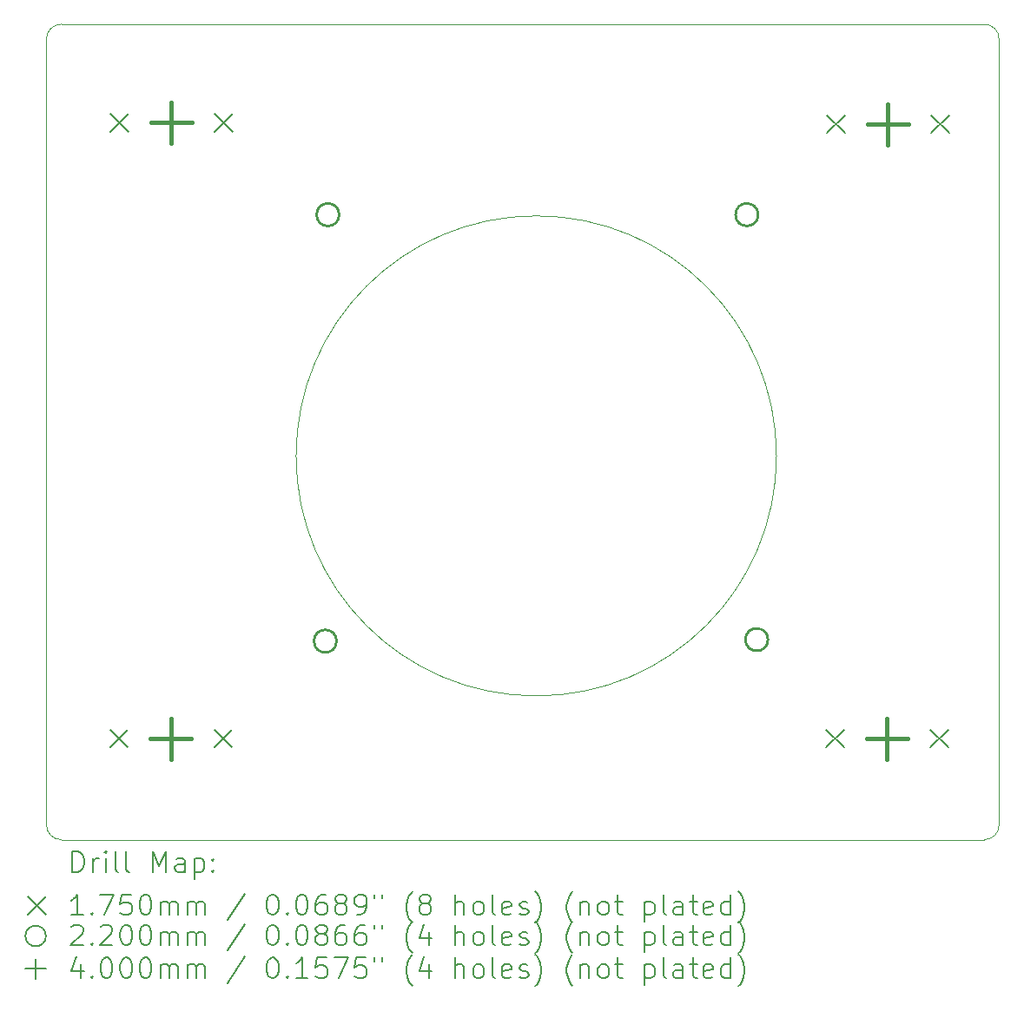
<source format=gbr>
%FSLAX45Y45*%
G04 Gerber Fmt 4.5, Leading zero omitted, Abs format (unit mm)*
G04 Created by KiCad (PCBNEW (6.0.1)) date 2022-07-08 00:12:48*
%MOMM*%
%LPD*%
G01*
G04 APERTURE LIST*
%TA.AperFunction,Profile*%
%ADD10C,0.100000*%
%TD*%
%ADD11C,0.200000*%
%ADD12C,0.175000*%
%ADD13C,0.220000*%
%ADD14C,0.400000*%
G04 APERTURE END LIST*
D10*
X7198360Y-12854909D02*
X7198360Y-5189251D01*
X7343171Y-5044440D02*
G75*
G03*
X7198360Y-5189251I-2446J-142365D01*
G01*
X7198360Y-12854909D02*
G75*
G03*
X7343171Y-12999720I142365J-2446D01*
G01*
X16339789Y-12999720D02*
X7343171Y-12999720D01*
X16339789Y-12999720D02*
G75*
G03*
X16484600Y-12854909I2446J142365D01*
G01*
X14315097Y-9255417D02*
G75*
G03*
X14315097Y-9255417I-2341537J0D01*
G01*
X16484600Y-5189251D02*
G75*
G03*
X16339789Y-5044440I-142366J2446D01*
G01*
X7343171Y-5044440D02*
X16339789Y-5044440D01*
X16484600Y-5189251D02*
X16484600Y-12854909D01*
D11*
D12*
X7816980Y-11926700D02*
X7991980Y-12101700D01*
X7991980Y-11926700D02*
X7816980Y-12101700D01*
X7822060Y-5917060D02*
X7997060Y-6092060D01*
X7997060Y-5917060D02*
X7822060Y-6092060D01*
X8832980Y-11926700D02*
X9007980Y-12101700D01*
X9007980Y-11926700D02*
X8832980Y-12101700D01*
X8838060Y-5917060D02*
X9013060Y-6092060D01*
X9013060Y-5917060D02*
X8838060Y-6092060D01*
X14796900Y-11926700D02*
X14971900Y-12101700D01*
X14971900Y-11926700D02*
X14796900Y-12101700D01*
X14807060Y-5932300D02*
X14982060Y-6107300D01*
X14982060Y-5932300D02*
X14807060Y-6107300D01*
X15812900Y-11926700D02*
X15987900Y-12101700D01*
X15987900Y-11926700D02*
X15812900Y-12101700D01*
X15823060Y-5932300D02*
X15998060Y-6107300D01*
X15998060Y-5932300D02*
X15823060Y-6107300D01*
D13*
X10026160Y-11062933D02*
G75*
G03*
X10026160Y-11062933I-110000J0D01*
G01*
X10051560Y-6902413D02*
G75*
G03*
X10051560Y-6902413I-110000J0D01*
G01*
X14135880Y-6902413D02*
G75*
G03*
X14135880Y-6902413I-110000J0D01*
G01*
X14232400Y-11047693D02*
G75*
G03*
X14232400Y-11047693I-110000J0D01*
G01*
D14*
X8412480Y-11814200D02*
X8412480Y-12214200D01*
X8212480Y-12014200D02*
X8612480Y-12014200D01*
X8417560Y-5804560D02*
X8417560Y-6204560D01*
X8217560Y-6004560D02*
X8617560Y-6004560D01*
X15392400Y-11814200D02*
X15392400Y-12214200D01*
X15192400Y-12014200D02*
X15592400Y-12014200D01*
X15402560Y-5819800D02*
X15402560Y-6219800D01*
X15202560Y-6019800D02*
X15602560Y-6019800D01*
D11*
X7450958Y-13315217D02*
X7450958Y-13115217D01*
X7498577Y-13115217D01*
X7527148Y-13124741D01*
X7546196Y-13143789D01*
X7555720Y-13162836D01*
X7565244Y-13200931D01*
X7565244Y-13229503D01*
X7555720Y-13267598D01*
X7546196Y-13286646D01*
X7527148Y-13305693D01*
X7498577Y-13315217D01*
X7450958Y-13315217D01*
X7650958Y-13315217D02*
X7650958Y-13181884D01*
X7650958Y-13219979D02*
X7660482Y-13200931D01*
X7670006Y-13191408D01*
X7689053Y-13181884D01*
X7708101Y-13181884D01*
X7774767Y-13315217D02*
X7774767Y-13181884D01*
X7774767Y-13115217D02*
X7765244Y-13124741D01*
X7774767Y-13134265D01*
X7784291Y-13124741D01*
X7774767Y-13115217D01*
X7774767Y-13134265D01*
X7898577Y-13315217D02*
X7879529Y-13305693D01*
X7870006Y-13286646D01*
X7870006Y-13115217D01*
X8003339Y-13315217D02*
X7984291Y-13305693D01*
X7974767Y-13286646D01*
X7974767Y-13115217D01*
X8231910Y-13315217D02*
X8231910Y-13115217D01*
X8298577Y-13258074D01*
X8365244Y-13115217D01*
X8365244Y-13315217D01*
X8546196Y-13315217D02*
X8546196Y-13210455D01*
X8536672Y-13191408D01*
X8517625Y-13181884D01*
X8479529Y-13181884D01*
X8460482Y-13191408D01*
X8546196Y-13305693D02*
X8527149Y-13315217D01*
X8479529Y-13315217D01*
X8460482Y-13305693D01*
X8450958Y-13286646D01*
X8450958Y-13267598D01*
X8460482Y-13248550D01*
X8479529Y-13239027D01*
X8527149Y-13239027D01*
X8546196Y-13229503D01*
X8641434Y-13181884D02*
X8641434Y-13381884D01*
X8641434Y-13191408D02*
X8660482Y-13181884D01*
X8698577Y-13181884D01*
X8717625Y-13191408D01*
X8727149Y-13200931D01*
X8736672Y-13219979D01*
X8736672Y-13277122D01*
X8727149Y-13296169D01*
X8717625Y-13305693D01*
X8698577Y-13315217D01*
X8660482Y-13315217D01*
X8641434Y-13305693D01*
X8822387Y-13296169D02*
X8831910Y-13305693D01*
X8822387Y-13315217D01*
X8812863Y-13305693D01*
X8822387Y-13296169D01*
X8822387Y-13315217D01*
X8822387Y-13191408D02*
X8831910Y-13200931D01*
X8822387Y-13210455D01*
X8812863Y-13200931D01*
X8822387Y-13191408D01*
X8822387Y-13210455D01*
D12*
X7018339Y-13557241D02*
X7193339Y-13732241D01*
X7193339Y-13557241D02*
X7018339Y-13732241D01*
D11*
X7555720Y-13735217D02*
X7441434Y-13735217D01*
X7498577Y-13735217D02*
X7498577Y-13535217D01*
X7479529Y-13563789D01*
X7460482Y-13582836D01*
X7441434Y-13592360D01*
X7641434Y-13716169D02*
X7650958Y-13725693D01*
X7641434Y-13735217D01*
X7631910Y-13725693D01*
X7641434Y-13716169D01*
X7641434Y-13735217D01*
X7717625Y-13535217D02*
X7850958Y-13535217D01*
X7765244Y-13735217D01*
X8022387Y-13535217D02*
X7927148Y-13535217D01*
X7917625Y-13630455D01*
X7927148Y-13620931D01*
X7946196Y-13611408D01*
X7993815Y-13611408D01*
X8012863Y-13620931D01*
X8022387Y-13630455D01*
X8031910Y-13649503D01*
X8031910Y-13697122D01*
X8022387Y-13716169D01*
X8012863Y-13725693D01*
X7993815Y-13735217D01*
X7946196Y-13735217D01*
X7927148Y-13725693D01*
X7917625Y-13716169D01*
X8155720Y-13535217D02*
X8174767Y-13535217D01*
X8193815Y-13544741D01*
X8203339Y-13554265D01*
X8212863Y-13573312D01*
X8222387Y-13611408D01*
X8222387Y-13659027D01*
X8212863Y-13697122D01*
X8203339Y-13716169D01*
X8193815Y-13725693D01*
X8174767Y-13735217D01*
X8155720Y-13735217D01*
X8136672Y-13725693D01*
X8127148Y-13716169D01*
X8117625Y-13697122D01*
X8108101Y-13659027D01*
X8108101Y-13611408D01*
X8117625Y-13573312D01*
X8127148Y-13554265D01*
X8136672Y-13544741D01*
X8155720Y-13535217D01*
X8308101Y-13735217D02*
X8308101Y-13601884D01*
X8308101Y-13620931D02*
X8317625Y-13611408D01*
X8336672Y-13601884D01*
X8365244Y-13601884D01*
X8384291Y-13611408D01*
X8393815Y-13630455D01*
X8393815Y-13735217D01*
X8393815Y-13630455D02*
X8403339Y-13611408D01*
X8422387Y-13601884D01*
X8450958Y-13601884D01*
X8470006Y-13611408D01*
X8479529Y-13630455D01*
X8479529Y-13735217D01*
X8574768Y-13735217D02*
X8574768Y-13601884D01*
X8574768Y-13620931D02*
X8584291Y-13611408D01*
X8603339Y-13601884D01*
X8631910Y-13601884D01*
X8650958Y-13611408D01*
X8660482Y-13630455D01*
X8660482Y-13735217D01*
X8660482Y-13630455D02*
X8670006Y-13611408D01*
X8689053Y-13601884D01*
X8717625Y-13601884D01*
X8736672Y-13611408D01*
X8746196Y-13630455D01*
X8746196Y-13735217D01*
X9136672Y-13525693D02*
X8965244Y-13782836D01*
X9393815Y-13535217D02*
X9412863Y-13535217D01*
X9431910Y-13544741D01*
X9441434Y-13554265D01*
X9450958Y-13573312D01*
X9460482Y-13611408D01*
X9460482Y-13659027D01*
X9450958Y-13697122D01*
X9441434Y-13716169D01*
X9431910Y-13725693D01*
X9412863Y-13735217D01*
X9393815Y-13735217D01*
X9374768Y-13725693D01*
X9365244Y-13716169D01*
X9355720Y-13697122D01*
X9346196Y-13659027D01*
X9346196Y-13611408D01*
X9355720Y-13573312D01*
X9365244Y-13554265D01*
X9374768Y-13544741D01*
X9393815Y-13535217D01*
X9546196Y-13716169D02*
X9555720Y-13725693D01*
X9546196Y-13735217D01*
X9536672Y-13725693D01*
X9546196Y-13716169D01*
X9546196Y-13735217D01*
X9679529Y-13535217D02*
X9698577Y-13535217D01*
X9717625Y-13544741D01*
X9727149Y-13554265D01*
X9736672Y-13573312D01*
X9746196Y-13611408D01*
X9746196Y-13659027D01*
X9736672Y-13697122D01*
X9727149Y-13716169D01*
X9717625Y-13725693D01*
X9698577Y-13735217D01*
X9679529Y-13735217D01*
X9660482Y-13725693D01*
X9650958Y-13716169D01*
X9641434Y-13697122D01*
X9631910Y-13659027D01*
X9631910Y-13611408D01*
X9641434Y-13573312D01*
X9650958Y-13554265D01*
X9660482Y-13544741D01*
X9679529Y-13535217D01*
X9917625Y-13535217D02*
X9879529Y-13535217D01*
X9860482Y-13544741D01*
X9850958Y-13554265D01*
X9831910Y-13582836D01*
X9822387Y-13620931D01*
X9822387Y-13697122D01*
X9831910Y-13716169D01*
X9841434Y-13725693D01*
X9860482Y-13735217D01*
X9898577Y-13735217D01*
X9917625Y-13725693D01*
X9927149Y-13716169D01*
X9936672Y-13697122D01*
X9936672Y-13649503D01*
X9927149Y-13630455D01*
X9917625Y-13620931D01*
X9898577Y-13611408D01*
X9860482Y-13611408D01*
X9841434Y-13620931D01*
X9831910Y-13630455D01*
X9822387Y-13649503D01*
X10050958Y-13620931D02*
X10031910Y-13611408D01*
X10022387Y-13601884D01*
X10012863Y-13582836D01*
X10012863Y-13573312D01*
X10022387Y-13554265D01*
X10031910Y-13544741D01*
X10050958Y-13535217D01*
X10089053Y-13535217D01*
X10108101Y-13544741D01*
X10117625Y-13554265D01*
X10127149Y-13573312D01*
X10127149Y-13582836D01*
X10117625Y-13601884D01*
X10108101Y-13611408D01*
X10089053Y-13620931D01*
X10050958Y-13620931D01*
X10031910Y-13630455D01*
X10022387Y-13639979D01*
X10012863Y-13659027D01*
X10012863Y-13697122D01*
X10022387Y-13716169D01*
X10031910Y-13725693D01*
X10050958Y-13735217D01*
X10089053Y-13735217D01*
X10108101Y-13725693D01*
X10117625Y-13716169D01*
X10127149Y-13697122D01*
X10127149Y-13659027D01*
X10117625Y-13639979D01*
X10108101Y-13630455D01*
X10089053Y-13620931D01*
X10222387Y-13735217D02*
X10260482Y-13735217D01*
X10279529Y-13725693D01*
X10289053Y-13716169D01*
X10308101Y-13687598D01*
X10317625Y-13649503D01*
X10317625Y-13573312D01*
X10308101Y-13554265D01*
X10298577Y-13544741D01*
X10279529Y-13535217D01*
X10241434Y-13535217D01*
X10222387Y-13544741D01*
X10212863Y-13554265D01*
X10203339Y-13573312D01*
X10203339Y-13620931D01*
X10212863Y-13639979D01*
X10222387Y-13649503D01*
X10241434Y-13659027D01*
X10279529Y-13659027D01*
X10298577Y-13649503D01*
X10308101Y-13639979D01*
X10317625Y-13620931D01*
X10393815Y-13535217D02*
X10393815Y-13573312D01*
X10470006Y-13535217D02*
X10470006Y-13573312D01*
X10765244Y-13811408D02*
X10755720Y-13801884D01*
X10736672Y-13773312D01*
X10727149Y-13754265D01*
X10717625Y-13725693D01*
X10708101Y-13678074D01*
X10708101Y-13639979D01*
X10717625Y-13592360D01*
X10727149Y-13563789D01*
X10736672Y-13544741D01*
X10755720Y-13516169D01*
X10765244Y-13506646D01*
X10870006Y-13620931D02*
X10850958Y-13611408D01*
X10841434Y-13601884D01*
X10831910Y-13582836D01*
X10831910Y-13573312D01*
X10841434Y-13554265D01*
X10850958Y-13544741D01*
X10870006Y-13535217D01*
X10908101Y-13535217D01*
X10927149Y-13544741D01*
X10936672Y-13554265D01*
X10946196Y-13573312D01*
X10946196Y-13582836D01*
X10936672Y-13601884D01*
X10927149Y-13611408D01*
X10908101Y-13620931D01*
X10870006Y-13620931D01*
X10850958Y-13630455D01*
X10841434Y-13639979D01*
X10831910Y-13659027D01*
X10831910Y-13697122D01*
X10841434Y-13716169D01*
X10850958Y-13725693D01*
X10870006Y-13735217D01*
X10908101Y-13735217D01*
X10927149Y-13725693D01*
X10936672Y-13716169D01*
X10946196Y-13697122D01*
X10946196Y-13659027D01*
X10936672Y-13639979D01*
X10927149Y-13630455D01*
X10908101Y-13620931D01*
X11184291Y-13735217D02*
X11184291Y-13535217D01*
X11270006Y-13735217D02*
X11270006Y-13630455D01*
X11260482Y-13611408D01*
X11241434Y-13601884D01*
X11212863Y-13601884D01*
X11193815Y-13611408D01*
X11184291Y-13620931D01*
X11393815Y-13735217D02*
X11374767Y-13725693D01*
X11365244Y-13716169D01*
X11355720Y-13697122D01*
X11355720Y-13639979D01*
X11365244Y-13620931D01*
X11374767Y-13611408D01*
X11393815Y-13601884D01*
X11422387Y-13601884D01*
X11441434Y-13611408D01*
X11450958Y-13620931D01*
X11460482Y-13639979D01*
X11460482Y-13697122D01*
X11450958Y-13716169D01*
X11441434Y-13725693D01*
X11422387Y-13735217D01*
X11393815Y-13735217D01*
X11574767Y-13735217D02*
X11555720Y-13725693D01*
X11546196Y-13706646D01*
X11546196Y-13535217D01*
X11727148Y-13725693D02*
X11708101Y-13735217D01*
X11670006Y-13735217D01*
X11650958Y-13725693D01*
X11641434Y-13706646D01*
X11641434Y-13630455D01*
X11650958Y-13611408D01*
X11670006Y-13601884D01*
X11708101Y-13601884D01*
X11727148Y-13611408D01*
X11736672Y-13630455D01*
X11736672Y-13649503D01*
X11641434Y-13668550D01*
X11812863Y-13725693D02*
X11831910Y-13735217D01*
X11870006Y-13735217D01*
X11889053Y-13725693D01*
X11898577Y-13706646D01*
X11898577Y-13697122D01*
X11889053Y-13678074D01*
X11870006Y-13668550D01*
X11841434Y-13668550D01*
X11822387Y-13659027D01*
X11812863Y-13639979D01*
X11812863Y-13630455D01*
X11822387Y-13611408D01*
X11841434Y-13601884D01*
X11870006Y-13601884D01*
X11889053Y-13611408D01*
X11965244Y-13811408D02*
X11974767Y-13801884D01*
X11993815Y-13773312D01*
X12003339Y-13754265D01*
X12012863Y-13725693D01*
X12022387Y-13678074D01*
X12022387Y-13639979D01*
X12012863Y-13592360D01*
X12003339Y-13563789D01*
X11993815Y-13544741D01*
X11974767Y-13516169D01*
X11965244Y-13506646D01*
X12327148Y-13811408D02*
X12317625Y-13801884D01*
X12298577Y-13773312D01*
X12289053Y-13754265D01*
X12279529Y-13725693D01*
X12270006Y-13678074D01*
X12270006Y-13639979D01*
X12279529Y-13592360D01*
X12289053Y-13563789D01*
X12298577Y-13544741D01*
X12317625Y-13516169D01*
X12327148Y-13506646D01*
X12403339Y-13601884D02*
X12403339Y-13735217D01*
X12403339Y-13620931D02*
X12412863Y-13611408D01*
X12431910Y-13601884D01*
X12460482Y-13601884D01*
X12479529Y-13611408D01*
X12489053Y-13630455D01*
X12489053Y-13735217D01*
X12612863Y-13735217D02*
X12593815Y-13725693D01*
X12584291Y-13716169D01*
X12574767Y-13697122D01*
X12574767Y-13639979D01*
X12584291Y-13620931D01*
X12593815Y-13611408D01*
X12612863Y-13601884D01*
X12641434Y-13601884D01*
X12660482Y-13611408D01*
X12670006Y-13620931D01*
X12679529Y-13639979D01*
X12679529Y-13697122D01*
X12670006Y-13716169D01*
X12660482Y-13725693D01*
X12641434Y-13735217D01*
X12612863Y-13735217D01*
X12736672Y-13601884D02*
X12812863Y-13601884D01*
X12765244Y-13535217D02*
X12765244Y-13706646D01*
X12774767Y-13725693D01*
X12793815Y-13735217D01*
X12812863Y-13735217D01*
X13031910Y-13601884D02*
X13031910Y-13801884D01*
X13031910Y-13611408D02*
X13050958Y-13601884D01*
X13089053Y-13601884D01*
X13108101Y-13611408D01*
X13117625Y-13620931D01*
X13127148Y-13639979D01*
X13127148Y-13697122D01*
X13117625Y-13716169D01*
X13108101Y-13725693D01*
X13089053Y-13735217D01*
X13050958Y-13735217D01*
X13031910Y-13725693D01*
X13241434Y-13735217D02*
X13222387Y-13725693D01*
X13212863Y-13706646D01*
X13212863Y-13535217D01*
X13403339Y-13735217D02*
X13403339Y-13630455D01*
X13393815Y-13611408D01*
X13374767Y-13601884D01*
X13336672Y-13601884D01*
X13317625Y-13611408D01*
X13403339Y-13725693D02*
X13384291Y-13735217D01*
X13336672Y-13735217D01*
X13317625Y-13725693D01*
X13308101Y-13706646D01*
X13308101Y-13687598D01*
X13317625Y-13668550D01*
X13336672Y-13659027D01*
X13384291Y-13659027D01*
X13403339Y-13649503D01*
X13470006Y-13601884D02*
X13546196Y-13601884D01*
X13498577Y-13535217D02*
X13498577Y-13706646D01*
X13508101Y-13725693D01*
X13527148Y-13735217D01*
X13546196Y-13735217D01*
X13689053Y-13725693D02*
X13670006Y-13735217D01*
X13631910Y-13735217D01*
X13612863Y-13725693D01*
X13603339Y-13706646D01*
X13603339Y-13630455D01*
X13612863Y-13611408D01*
X13631910Y-13601884D01*
X13670006Y-13601884D01*
X13689053Y-13611408D01*
X13698577Y-13630455D01*
X13698577Y-13649503D01*
X13603339Y-13668550D01*
X13870006Y-13735217D02*
X13870006Y-13535217D01*
X13870006Y-13725693D02*
X13850958Y-13735217D01*
X13812863Y-13735217D01*
X13793815Y-13725693D01*
X13784291Y-13716169D01*
X13774767Y-13697122D01*
X13774767Y-13639979D01*
X13784291Y-13620931D01*
X13793815Y-13611408D01*
X13812863Y-13601884D01*
X13850958Y-13601884D01*
X13870006Y-13611408D01*
X13946196Y-13811408D02*
X13955720Y-13801884D01*
X13974767Y-13773312D01*
X13984291Y-13754265D01*
X13993815Y-13725693D01*
X14003339Y-13678074D01*
X14003339Y-13639979D01*
X13993815Y-13592360D01*
X13984291Y-13563789D01*
X13974767Y-13544741D01*
X13955720Y-13516169D01*
X13946196Y-13506646D01*
X7193339Y-13939741D02*
G75*
G03*
X7193339Y-13939741I-100000J0D01*
G01*
X7441434Y-13849265D02*
X7450958Y-13839741D01*
X7470006Y-13830217D01*
X7517625Y-13830217D01*
X7536672Y-13839741D01*
X7546196Y-13849265D01*
X7555720Y-13868312D01*
X7555720Y-13887360D01*
X7546196Y-13915931D01*
X7431910Y-14030217D01*
X7555720Y-14030217D01*
X7641434Y-14011169D02*
X7650958Y-14020693D01*
X7641434Y-14030217D01*
X7631910Y-14020693D01*
X7641434Y-14011169D01*
X7641434Y-14030217D01*
X7727148Y-13849265D02*
X7736672Y-13839741D01*
X7755720Y-13830217D01*
X7803339Y-13830217D01*
X7822387Y-13839741D01*
X7831910Y-13849265D01*
X7841434Y-13868312D01*
X7841434Y-13887360D01*
X7831910Y-13915931D01*
X7717625Y-14030217D01*
X7841434Y-14030217D01*
X7965244Y-13830217D02*
X7984291Y-13830217D01*
X8003339Y-13839741D01*
X8012863Y-13849265D01*
X8022387Y-13868312D01*
X8031910Y-13906408D01*
X8031910Y-13954027D01*
X8022387Y-13992122D01*
X8012863Y-14011169D01*
X8003339Y-14020693D01*
X7984291Y-14030217D01*
X7965244Y-14030217D01*
X7946196Y-14020693D01*
X7936672Y-14011169D01*
X7927148Y-13992122D01*
X7917625Y-13954027D01*
X7917625Y-13906408D01*
X7927148Y-13868312D01*
X7936672Y-13849265D01*
X7946196Y-13839741D01*
X7965244Y-13830217D01*
X8155720Y-13830217D02*
X8174767Y-13830217D01*
X8193815Y-13839741D01*
X8203339Y-13849265D01*
X8212863Y-13868312D01*
X8222387Y-13906408D01*
X8222387Y-13954027D01*
X8212863Y-13992122D01*
X8203339Y-14011169D01*
X8193815Y-14020693D01*
X8174767Y-14030217D01*
X8155720Y-14030217D01*
X8136672Y-14020693D01*
X8127148Y-14011169D01*
X8117625Y-13992122D01*
X8108101Y-13954027D01*
X8108101Y-13906408D01*
X8117625Y-13868312D01*
X8127148Y-13849265D01*
X8136672Y-13839741D01*
X8155720Y-13830217D01*
X8308101Y-14030217D02*
X8308101Y-13896884D01*
X8308101Y-13915931D02*
X8317625Y-13906408D01*
X8336672Y-13896884D01*
X8365244Y-13896884D01*
X8384291Y-13906408D01*
X8393815Y-13925455D01*
X8393815Y-14030217D01*
X8393815Y-13925455D02*
X8403339Y-13906408D01*
X8422387Y-13896884D01*
X8450958Y-13896884D01*
X8470006Y-13906408D01*
X8479529Y-13925455D01*
X8479529Y-14030217D01*
X8574768Y-14030217D02*
X8574768Y-13896884D01*
X8574768Y-13915931D02*
X8584291Y-13906408D01*
X8603339Y-13896884D01*
X8631910Y-13896884D01*
X8650958Y-13906408D01*
X8660482Y-13925455D01*
X8660482Y-14030217D01*
X8660482Y-13925455D02*
X8670006Y-13906408D01*
X8689053Y-13896884D01*
X8717625Y-13896884D01*
X8736672Y-13906408D01*
X8746196Y-13925455D01*
X8746196Y-14030217D01*
X9136672Y-13820693D02*
X8965244Y-14077836D01*
X9393815Y-13830217D02*
X9412863Y-13830217D01*
X9431910Y-13839741D01*
X9441434Y-13849265D01*
X9450958Y-13868312D01*
X9460482Y-13906408D01*
X9460482Y-13954027D01*
X9450958Y-13992122D01*
X9441434Y-14011169D01*
X9431910Y-14020693D01*
X9412863Y-14030217D01*
X9393815Y-14030217D01*
X9374768Y-14020693D01*
X9365244Y-14011169D01*
X9355720Y-13992122D01*
X9346196Y-13954027D01*
X9346196Y-13906408D01*
X9355720Y-13868312D01*
X9365244Y-13849265D01*
X9374768Y-13839741D01*
X9393815Y-13830217D01*
X9546196Y-14011169D02*
X9555720Y-14020693D01*
X9546196Y-14030217D01*
X9536672Y-14020693D01*
X9546196Y-14011169D01*
X9546196Y-14030217D01*
X9679529Y-13830217D02*
X9698577Y-13830217D01*
X9717625Y-13839741D01*
X9727149Y-13849265D01*
X9736672Y-13868312D01*
X9746196Y-13906408D01*
X9746196Y-13954027D01*
X9736672Y-13992122D01*
X9727149Y-14011169D01*
X9717625Y-14020693D01*
X9698577Y-14030217D01*
X9679529Y-14030217D01*
X9660482Y-14020693D01*
X9650958Y-14011169D01*
X9641434Y-13992122D01*
X9631910Y-13954027D01*
X9631910Y-13906408D01*
X9641434Y-13868312D01*
X9650958Y-13849265D01*
X9660482Y-13839741D01*
X9679529Y-13830217D01*
X9860482Y-13915931D02*
X9841434Y-13906408D01*
X9831910Y-13896884D01*
X9822387Y-13877836D01*
X9822387Y-13868312D01*
X9831910Y-13849265D01*
X9841434Y-13839741D01*
X9860482Y-13830217D01*
X9898577Y-13830217D01*
X9917625Y-13839741D01*
X9927149Y-13849265D01*
X9936672Y-13868312D01*
X9936672Y-13877836D01*
X9927149Y-13896884D01*
X9917625Y-13906408D01*
X9898577Y-13915931D01*
X9860482Y-13915931D01*
X9841434Y-13925455D01*
X9831910Y-13934979D01*
X9822387Y-13954027D01*
X9822387Y-13992122D01*
X9831910Y-14011169D01*
X9841434Y-14020693D01*
X9860482Y-14030217D01*
X9898577Y-14030217D01*
X9917625Y-14020693D01*
X9927149Y-14011169D01*
X9936672Y-13992122D01*
X9936672Y-13954027D01*
X9927149Y-13934979D01*
X9917625Y-13925455D01*
X9898577Y-13915931D01*
X10108101Y-13830217D02*
X10070006Y-13830217D01*
X10050958Y-13839741D01*
X10041434Y-13849265D01*
X10022387Y-13877836D01*
X10012863Y-13915931D01*
X10012863Y-13992122D01*
X10022387Y-14011169D01*
X10031910Y-14020693D01*
X10050958Y-14030217D01*
X10089053Y-14030217D01*
X10108101Y-14020693D01*
X10117625Y-14011169D01*
X10127149Y-13992122D01*
X10127149Y-13944503D01*
X10117625Y-13925455D01*
X10108101Y-13915931D01*
X10089053Y-13906408D01*
X10050958Y-13906408D01*
X10031910Y-13915931D01*
X10022387Y-13925455D01*
X10012863Y-13944503D01*
X10298577Y-13830217D02*
X10260482Y-13830217D01*
X10241434Y-13839741D01*
X10231910Y-13849265D01*
X10212863Y-13877836D01*
X10203339Y-13915931D01*
X10203339Y-13992122D01*
X10212863Y-14011169D01*
X10222387Y-14020693D01*
X10241434Y-14030217D01*
X10279529Y-14030217D01*
X10298577Y-14020693D01*
X10308101Y-14011169D01*
X10317625Y-13992122D01*
X10317625Y-13944503D01*
X10308101Y-13925455D01*
X10298577Y-13915931D01*
X10279529Y-13906408D01*
X10241434Y-13906408D01*
X10222387Y-13915931D01*
X10212863Y-13925455D01*
X10203339Y-13944503D01*
X10393815Y-13830217D02*
X10393815Y-13868312D01*
X10470006Y-13830217D02*
X10470006Y-13868312D01*
X10765244Y-14106408D02*
X10755720Y-14096884D01*
X10736672Y-14068312D01*
X10727149Y-14049265D01*
X10717625Y-14020693D01*
X10708101Y-13973074D01*
X10708101Y-13934979D01*
X10717625Y-13887360D01*
X10727149Y-13858789D01*
X10736672Y-13839741D01*
X10755720Y-13811169D01*
X10765244Y-13801646D01*
X10927149Y-13896884D02*
X10927149Y-14030217D01*
X10879529Y-13820693D02*
X10831910Y-13963550D01*
X10955720Y-13963550D01*
X11184291Y-14030217D02*
X11184291Y-13830217D01*
X11270006Y-14030217D02*
X11270006Y-13925455D01*
X11260482Y-13906408D01*
X11241434Y-13896884D01*
X11212863Y-13896884D01*
X11193815Y-13906408D01*
X11184291Y-13915931D01*
X11393815Y-14030217D02*
X11374767Y-14020693D01*
X11365244Y-14011169D01*
X11355720Y-13992122D01*
X11355720Y-13934979D01*
X11365244Y-13915931D01*
X11374767Y-13906408D01*
X11393815Y-13896884D01*
X11422387Y-13896884D01*
X11441434Y-13906408D01*
X11450958Y-13915931D01*
X11460482Y-13934979D01*
X11460482Y-13992122D01*
X11450958Y-14011169D01*
X11441434Y-14020693D01*
X11422387Y-14030217D01*
X11393815Y-14030217D01*
X11574767Y-14030217D02*
X11555720Y-14020693D01*
X11546196Y-14001646D01*
X11546196Y-13830217D01*
X11727148Y-14020693D02*
X11708101Y-14030217D01*
X11670006Y-14030217D01*
X11650958Y-14020693D01*
X11641434Y-14001646D01*
X11641434Y-13925455D01*
X11650958Y-13906408D01*
X11670006Y-13896884D01*
X11708101Y-13896884D01*
X11727148Y-13906408D01*
X11736672Y-13925455D01*
X11736672Y-13944503D01*
X11641434Y-13963550D01*
X11812863Y-14020693D02*
X11831910Y-14030217D01*
X11870006Y-14030217D01*
X11889053Y-14020693D01*
X11898577Y-14001646D01*
X11898577Y-13992122D01*
X11889053Y-13973074D01*
X11870006Y-13963550D01*
X11841434Y-13963550D01*
X11822387Y-13954027D01*
X11812863Y-13934979D01*
X11812863Y-13925455D01*
X11822387Y-13906408D01*
X11841434Y-13896884D01*
X11870006Y-13896884D01*
X11889053Y-13906408D01*
X11965244Y-14106408D02*
X11974767Y-14096884D01*
X11993815Y-14068312D01*
X12003339Y-14049265D01*
X12012863Y-14020693D01*
X12022387Y-13973074D01*
X12022387Y-13934979D01*
X12012863Y-13887360D01*
X12003339Y-13858789D01*
X11993815Y-13839741D01*
X11974767Y-13811169D01*
X11965244Y-13801646D01*
X12327148Y-14106408D02*
X12317625Y-14096884D01*
X12298577Y-14068312D01*
X12289053Y-14049265D01*
X12279529Y-14020693D01*
X12270006Y-13973074D01*
X12270006Y-13934979D01*
X12279529Y-13887360D01*
X12289053Y-13858789D01*
X12298577Y-13839741D01*
X12317625Y-13811169D01*
X12327148Y-13801646D01*
X12403339Y-13896884D02*
X12403339Y-14030217D01*
X12403339Y-13915931D02*
X12412863Y-13906408D01*
X12431910Y-13896884D01*
X12460482Y-13896884D01*
X12479529Y-13906408D01*
X12489053Y-13925455D01*
X12489053Y-14030217D01*
X12612863Y-14030217D02*
X12593815Y-14020693D01*
X12584291Y-14011169D01*
X12574767Y-13992122D01*
X12574767Y-13934979D01*
X12584291Y-13915931D01*
X12593815Y-13906408D01*
X12612863Y-13896884D01*
X12641434Y-13896884D01*
X12660482Y-13906408D01*
X12670006Y-13915931D01*
X12679529Y-13934979D01*
X12679529Y-13992122D01*
X12670006Y-14011169D01*
X12660482Y-14020693D01*
X12641434Y-14030217D01*
X12612863Y-14030217D01*
X12736672Y-13896884D02*
X12812863Y-13896884D01*
X12765244Y-13830217D02*
X12765244Y-14001646D01*
X12774767Y-14020693D01*
X12793815Y-14030217D01*
X12812863Y-14030217D01*
X13031910Y-13896884D02*
X13031910Y-14096884D01*
X13031910Y-13906408D02*
X13050958Y-13896884D01*
X13089053Y-13896884D01*
X13108101Y-13906408D01*
X13117625Y-13915931D01*
X13127148Y-13934979D01*
X13127148Y-13992122D01*
X13117625Y-14011169D01*
X13108101Y-14020693D01*
X13089053Y-14030217D01*
X13050958Y-14030217D01*
X13031910Y-14020693D01*
X13241434Y-14030217D02*
X13222387Y-14020693D01*
X13212863Y-14001646D01*
X13212863Y-13830217D01*
X13403339Y-14030217D02*
X13403339Y-13925455D01*
X13393815Y-13906408D01*
X13374767Y-13896884D01*
X13336672Y-13896884D01*
X13317625Y-13906408D01*
X13403339Y-14020693D02*
X13384291Y-14030217D01*
X13336672Y-14030217D01*
X13317625Y-14020693D01*
X13308101Y-14001646D01*
X13308101Y-13982598D01*
X13317625Y-13963550D01*
X13336672Y-13954027D01*
X13384291Y-13954027D01*
X13403339Y-13944503D01*
X13470006Y-13896884D02*
X13546196Y-13896884D01*
X13498577Y-13830217D02*
X13498577Y-14001646D01*
X13508101Y-14020693D01*
X13527148Y-14030217D01*
X13546196Y-14030217D01*
X13689053Y-14020693D02*
X13670006Y-14030217D01*
X13631910Y-14030217D01*
X13612863Y-14020693D01*
X13603339Y-14001646D01*
X13603339Y-13925455D01*
X13612863Y-13906408D01*
X13631910Y-13896884D01*
X13670006Y-13896884D01*
X13689053Y-13906408D01*
X13698577Y-13925455D01*
X13698577Y-13944503D01*
X13603339Y-13963550D01*
X13870006Y-14030217D02*
X13870006Y-13830217D01*
X13870006Y-14020693D02*
X13850958Y-14030217D01*
X13812863Y-14030217D01*
X13793815Y-14020693D01*
X13784291Y-14011169D01*
X13774767Y-13992122D01*
X13774767Y-13934979D01*
X13784291Y-13915931D01*
X13793815Y-13906408D01*
X13812863Y-13896884D01*
X13850958Y-13896884D01*
X13870006Y-13906408D01*
X13946196Y-14106408D02*
X13955720Y-14096884D01*
X13974767Y-14068312D01*
X13984291Y-14049265D01*
X13993815Y-14020693D01*
X14003339Y-13973074D01*
X14003339Y-13934979D01*
X13993815Y-13887360D01*
X13984291Y-13858789D01*
X13974767Y-13839741D01*
X13955720Y-13811169D01*
X13946196Y-13801646D01*
X7093339Y-14159741D02*
X7093339Y-14359741D01*
X6993339Y-14259741D02*
X7193339Y-14259741D01*
X7536672Y-14216884D02*
X7536672Y-14350217D01*
X7489053Y-14140693D02*
X7441434Y-14283550D01*
X7565244Y-14283550D01*
X7641434Y-14331169D02*
X7650958Y-14340693D01*
X7641434Y-14350217D01*
X7631910Y-14340693D01*
X7641434Y-14331169D01*
X7641434Y-14350217D01*
X7774767Y-14150217D02*
X7793815Y-14150217D01*
X7812863Y-14159741D01*
X7822387Y-14169265D01*
X7831910Y-14188312D01*
X7841434Y-14226408D01*
X7841434Y-14274027D01*
X7831910Y-14312122D01*
X7822387Y-14331169D01*
X7812863Y-14340693D01*
X7793815Y-14350217D01*
X7774767Y-14350217D01*
X7755720Y-14340693D01*
X7746196Y-14331169D01*
X7736672Y-14312122D01*
X7727148Y-14274027D01*
X7727148Y-14226408D01*
X7736672Y-14188312D01*
X7746196Y-14169265D01*
X7755720Y-14159741D01*
X7774767Y-14150217D01*
X7965244Y-14150217D02*
X7984291Y-14150217D01*
X8003339Y-14159741D01*
X8012863Y-14169265D01*
X8022387Y-14188312D01*
X8031910Y-14226408D01*
X8031910Y-14274027D01*
X8022387Y-14312122D01*
X8012863Y-14331169D01*
X8003339Y-14340693D01*
X7984291Y-14350217D01*
X7965244Y-14350217D01*
X7946196Y-14340693D01*
X7936672Y-14331169D01*
X7927148Y-14312122D01*
X7917625Y-14274027D01*
X7917625Y-14226408D01*
X7927148Y-14188312D01*
X7936672Y-14169265D01*
X7946196Y-14159741D01*
X7965244Y-14150217D01*
X8155720Y-14150217D02*
X8174767Y-14150217D01*
X8193815Y-14159741D01*
X8203339Y-14169265D01*
X8212863Y-14188312D01*
X8222387Y-14226408D01*
X8222387Y-14274027D01*
X8212863Y-14312122D01*
X8203339Y-14331169D01*
X8193815Y-14340693D01*
X8174767Y-14350217D01*
X8155720Y-14350217D01*
X8136672Y-14340693D01*
X8127148Y-14331169D01*
X8117625Y-14312122D01*
X8108101Y-14274027D01*
X8108101Y-14226408D01*
X8117625Y-14188312D01*
X8127148Y-14169265D01*
X8136672Y-14159741D01*
X8155720Y-14150217D01*
X8308101Y-14350217D02*
X8308101Y-14216884D01*
X8308101Y-14235931D02*
X8317625Y-14226408D01*
X8336672Y-14216884D01*
X8365244Y-14216884D01*
X8384291Y-14226408D01*
X8393815Y-14245455D01*
X8393815Y-14350217D01*
X8393815Y-14245455D02*
X8403339Y-14226408D01*
X8422387Y-14216884D01*
X8450958Y-14216884D01*
X8470006Y-14226408D01*
X8479529Y-14245455D01*
X8479529Y-14350217D01*
X8574768Y-14350217D02*
X8574768Y-14216884D01*
X8574768Y-14235931D02*
X8584291Y-14226408D01*
X8603339Y-14216884D01*
X8631910Y-14216884D01*
X8650958Y-14226408D01*
X8660482Y-14245455D01*
X8660482Y-14350217D01*
X8660482Y-14245455D02*
X8670006Y-14226408D01*
X8689053Y-14216884D01*
X8717625Y-14216884D01*
X8736672Y-14226408D01*
X8746196Y-14245455D01*
X8746196Y-14350217D01*
X9136672Y-14140693D02*
X8965244Y-14397836D01*
X9393815Y-14150217D02*
X9412863Y-14150217D01*
X9431910Y-14159741D01*
X9441434Y-14169265D01*
X9450958Y-14188312D01*
X9460482Y-14226408D01*
X9460482Y-14274027D01*
X9450958Y-14312122D01*
X9441434Y-14331169D01*
X9431910Y-14340693D01*
X9412863Y-14350217D01*
X9393815Y-14350217D01*
X9374768Y-14340693D01*
X9365244Y-14331169D01*
X9355720Y-14312122D01*
X9346196Y-14274027D01*
X9346196Y-14226408D01*
X9355720Y-14188312D01*
X9365244Y-14169265D01*
X9374768Y-14159741D01*
X9393815Y-14150217D01*
X9546196Y-14331169D02*
X9555720Y-14340693D01*
X9546196Y-14350217D01*
X9536672Y-14340693D01*
X9546196Y-14331169D01*
X9546196Y-14350217D01*
X9746196Y-14350217D02*
X9631910Y-14350217D01*
X9689053Y-14350217D02*
X9689053Y-14150217D01*
X9670006Y-14178789D01*
X9650958Y-14197836D01*
X9631910Y-14207360D01*
X9927149Y-14150217D02*
X9831910Y-14150217D01*
X9822387Y-14245455D01*
X9831910Y-14235931D01*
X9850958Y-14226408D01*
X9898577Y-14226408D01*
X9917625Y-14235931D01*
X9927149Y-14245455D01*
X9936672Y-14264503D01*
X9936672Y-14312122D01*
X9927149Y-14331169D01*
X9917625Y-14340693D01*
X9898577Y-14350217D01*
X9850958Y-14350217D01*
X9831910Y-14340693D01*
X9822387Y-14331169D01*
X10003339Y-14150217D02*
X10136672Y-14150217D01*
X10050958Y-14350217D01*
X10308101Y-14150217D02*
X10212863Y-14150217D01*
X10203339Y-14245455D01*
X10212863Y-14235931D01*
X10231910Y-14226408D01*
X10279529Y-14226408D01*
X10298577Y-14235931D01*
X10308101Y-14245455D01*
X10317625Y-14264503D01*
X10317625Y-14312122D01*
X10308101Y-14331169D01*
X10298577Y-14340693D01*
X10279529Y-14350217D01*
X10231910Y-14350217D01*
X10212863Y-14340693D01*
X10203339Y-14331169D01*
X10393815Y-14150217D02*
X10393815Y-14188312D01*
X10470006Y-14150217D02*
X10470006Y-14188312D01*
X10765244Y-14426408D02*
X10755720Y-14416884D01*
X10736672Y-14388312D01*
X10727149Y-14369265D01*
X10717625Y-14340693D01*
X10708101Y-14293074D01*
X10708101Y-14254979D01*
X10717625Y-14207360D01*
X10727149Y-14178789D01*
X10736672Y-14159741D01*
X10755720Y-14131169D01*
X10765244Y-14121646D01*
X10927149Y-14216884D02*
X10927149Y-14350217D01*
X10879529Y-14140693D02*
X10831910Y-14283550D01*
X10955720Y-14283550D01*
X11184291Y-14350217D02*
X11184291Y-14150217D01*
X11270006Y-14350217D02*
X11270006Y-14245455D01*
X11260482Y-14226408D01*
X11241434Y-14216884D01*
X11212863Y-14216884D01*
X11193815Y-14226408D01*
X11184291Y-14235931D01*
X11393815Y-14350217D02*
X11374767Y-14340693D01*
X11365244Y-14331169D01*
X11355720Y-14312122D01*
X11355720Y-14254979D01*
X11365244Y-14235931D01*
X11374767Y-14226408D01*
X11393815Y-14216884D01*
X11422387Y-14216884D01*
X11441434Y-14226408D01*
X11450958Y-14235931D01*
X11460482Y-14254979D01*
X11460482Y-14312122D01*
X11450958Y-14331169D01*
X11441434Y-14340693D01*
X11422387Y-14350217D01*
X11393815Y-14350217D01*
X11574767Y-14350217D02*
X11555720Y-14340693D01*
X11546196Y-14321646D01*
X11546196Y-14150217D01*
X11727148Y-14340693D02*
X11708101Y-14350217D01*
X11670006Y-14350217D01*
X11650958Y-14340693D01*
X11641434Y-14321646D01*
X11641434Y-14245455D01*
X11650958Y-14226408D01*
X11670006Y-14216884D01*
X11708101Y-14216884D01*
X11727148Y-14226408D01*
X11736672Y-14245455D01*
X11736672Y-14264503D01*
X11641434Y-14283550D01*
X11812863Y-14340693D02*
X11831910Y-14350217D01*
X11870006Y-14350217D01*
X11889053Y-14340693D01*
X11898577Y-14321646D01*
X11898577Y-14312122D01*
X11889053Y-14293074D01*
X11870006Y-14283550D01*
X11841434Y-14283550D01*
X11822387Y-14274027D01*
X11812863Y-14254979D01*
X11812863Y-14245455D01*
X11822387Y-14226408D01*
X11841434Y-14216884D01*
X11870006Y-14216884D01*
X11889053Y-14226408D01*
X11965244Y-14426408D02*
X11974767Y-14416884D01*
X11993815Y-14388312D01*
X12003339Y-14369265D01*
X12012863Y-14340693D01*
X12022387Y-14293074D01*
X12022387Y-14254979D01*
X12012863Y-14207360D01*
X12003339Y-14178789D01*
X11993815Y-14159741D01*
X11974767Y-14131169D01*
X11965244Y-14121646D01*
X12327148Y-14426408D02*
X12317625Y-14416884D01*
X12298577Y-14388312D01*
X12289053Y-14369265D01*
X12279529Y-14340693D01*
X12270006Y-14293074D01*
X12270006Y-14254979D01*
X12279529Y-14207360D01*
X12289053Y-14178789D01*
X12298577Y-14159741D01*
X12317625Y-14131169D01*
X12327148Y-14121646D01*
X12403339Y-14216884D02*
X12403339Y-14350217D01*
X12403339Y-14235931D02*
X12412863Y-14226408D01*
X12431910Y-14216884D01*
X12460482Y-14216884D01*
X12479529Y-14226408D01*
X12489053Y-14245455D01*
X12489053Y-14350217D01*
X12612863Y-14350217D02*
X12593815Y-14340693D01*
X12584291Y-14331169D01*
X12574767Y-14312122D01*
X12574767Y-14254979D01*
X12584291Y-14235931D01*
X12593815Y-14226408D01*
X12612863Y-14216884D01*
X12641434Y-14216884D01*
X12660482Y-14226408D01*
X12670006Y-14235931D01*
X12679529Y-14254979D01*
X12679529Y-14312122D01*
X12670006Y-14331169D01*
X12660482Y-14340693D01*
X12641434Y-14350217D01*
X12612863Y-14350217D01*
X12736672Y-14216884D02*
X12812863Y-14216884D01*
X12765244Y-14150217D02*
X12765244Y-14321646D01*
X12774767Y-14340693D01*
X12793815Y-14350217D01*
X12812863Y-14350217D01*
X13031910Y-14216884D02*
X13031910Y-14416884D01*
X13031910Y-14226408D02*
X13050958Y-14216884D01*
X13089053Y-14216884D01*
X13108101Y-14226408D01*
X13117625Y-14235931D01*
X13127148Y-14254979D01*
X13127148Y-14312122D01*
X13117625Y-14331169D01*
X13108101Y-14340693D01*
X13089053Y-14350217D01*
X13050958Y-14350217D01*
X13031910Y-14340693D01*
X13241434Y-14350217D02*
X13222387Y-14340693D01*
X13212863Y-14321646D01*
X13212863Y-14150217D01*
X13403339Y-14350217D02*
X13403339Y-14245455D01*
X13393815Y-14226408D01*
X13374767Y-14216884D01*
X13336672Y-14216884D01*
X13317625Y-14226408D01*
X13403339Y-14340693D02*
X13384291Y-14350217D01*
X13336672Y-14350217D01*
X13317625Y-14340693D01*
X13308101Y-14321646D01*
X13308101Y-14302598D01*
X13317625Y-14283550D01*
X13336672Y-14274027D01*
X13384291Y-14274027D01*
X13403339Y-14264503D01*
X13470006Y-14216884D02*
X13546196Y-14216884D01*
X13498577Y-14150217D02*
X13498577Y-14321646D01*
X13508101Y-14340693D01*
X13527148Y-14350217D01*
X13546196Y-14350217D01*
X13689053Y-14340693D02*
X13670006Y-14350217D01*
X13631910Y-14350217D01*
X13612863Y-14340693D01*
X13603339Y-14321646D01*
X13603339Y-14245455D01*
X13612863Y-14226408D01*
X13631910Y-14216884D01*
X13670006Y-14216884D01*
X13689053Y-14226408D01*
X13698577Y-14245455D01*
X13698577Y-14264503D01*
X13603339Y-14283550D01*
X13870006Y-14350217D02*
X13870006Y-14150217D01*
X13870006Y-14340693D02*
X13850958Y-14350217D01*
X13812863Y-14350217D01*
X13793815Y-14340693D01*
X13784291Y-14331169D01*
X13774767Y-14312122D01*
X13774767Y-14254979D01*
X13784291Y-14235931D01*
X13793815Y-14226408D01*
X13812863Y-14216884D01*
X13850958Y-14216884D01*
X13870006Y-14226408D01*
X13946196Y-14426408D02*
X13955720Y-14416884D01*
X13974767Y-14388312D01*
X13984291Y-14369265D01*
X13993815Y-14340693D01*
X14003339Y-14293074D01*
X14003339Y-14254979D01*
X13993815Y-14207360D01*
X13984291Y-14178789D01*
X13974767Y-14159741D01*
X13955720Y-14131169D01*
X13946196Y-14121646D01*
M02*

</source>
